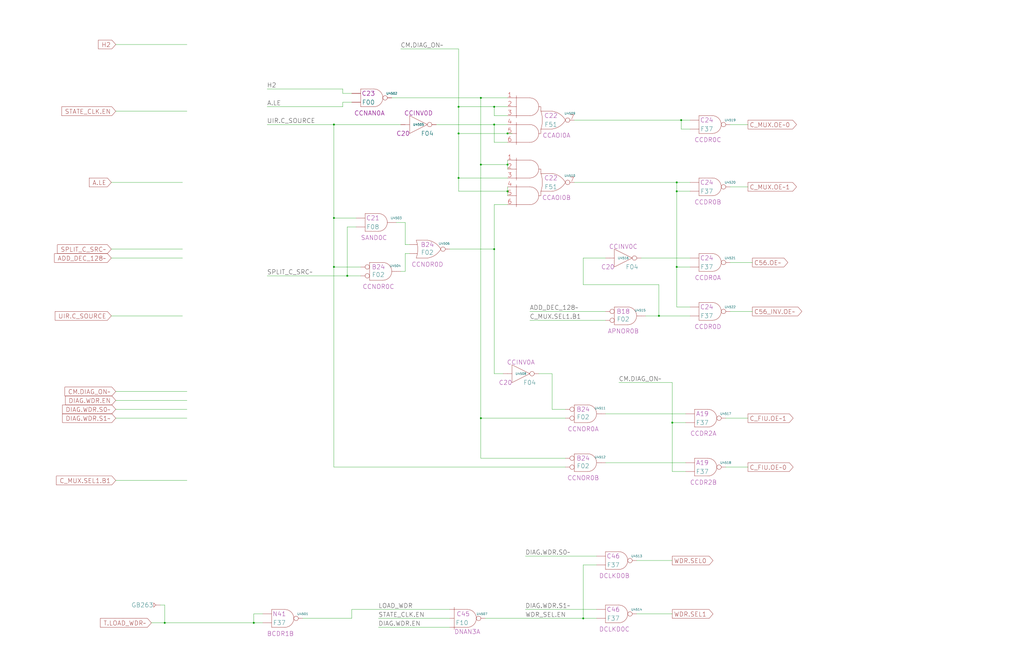
<source format=kicad_sch>
(kicad_sch (version 20230121) (generator eeschema)
  (paper "User" 584.2 378.46)
  (title_block (title "C SOURCE CONTROL") (date "15-MAR-90") (rev "1.0") (comment 1 "TYPE") (comment 2 "232-003062") (comment 3 "S400") (comment 4 "RELEASED"))
  (lib_symbols
    (symbol "r1000:F00" (pin_numbers hide) (pin_names hide)
      (property "Reference" "U" (at 15.24 0 0))
      (property "Value" "F00" (at 1.905 -5.08 0))
      (property "Location" "___" (at 1.905 0 0))
      (property "Name" "______" (at 2.54 -12.7 0))
      (symbol "F00_0_1"
        (polyline (pts (xy -2.54 -7.62) (xy 5.08 -7.62)) (stroke (width 0.1524)))
        (polyline (pts (xy -2.54 2.54) (xy -2.54 -7.62)) (stroke (width 0.1524)))
        (polyline (pts (xy -2.54 2.54) (xy 5.08 2.54)) (stroke (width 0.1524)))
        (arc (start 5.08 -7.62) (mid 10.1282 -2.54) (end 5.08 2.54) (stroke (width 0.1524)))
        (circle (center 11.43 -2.54) (radius 1.27) (stroke (width 0.1524)))
      )
      (symbol "F00_0_2"
        (circle (center -3.81 -5.08) (radius 1.27) (stroke (width 0.1524)))
        (circle (center -3.81 0) (radius 1.27) (stroke (width 0.1524)))
        (arc (start -3.175 -7.62) (mid -2.134 -2.54) (end -3.175 2.54) (stroke (width 0.1524)))
        (polyline (pts (xy -3.175 -7.62) (xy 3.81 -7.62)) (stroke (width 0.1524)))
        (polyline (pts (xy -3.175 2.54) (xy 3.81 2.54)) (stroke (width 0.1524)))
        (arc (start 3.81 -7.62) (mid 7.5855 -5.8306) (end 10.16 -2.54) (stroke (width 0.1524)))
        (arc (start 10.16 -2.54) (mid 7.5827 0.7471) (end 3.81 2.54) (stroke (width 0.1524)))
      )
      (symbol "F00_1_1"
        (pin input line (at -7.62 0 0) (length 5.08) (name "D0") (number "1"))
        (pin input line (at -7.62 -5.08 0) (length 5.08) (name "D1") (number "2"))
        (pin output line (at 15.24 -2.54 180) (length 2.54) (name "Q") (number "3"))
      )
      (symbol "F00_1_2"
        (pin input line (at -7.62 0 0) (length 2.54) (name "D0") (number "1"))
        (pin input line (at -7.62 -5.08 0) (length 2.54) (name "D1") (number "2"))
        (pin output line (at 15.24 -2.54 180) (length 5.08) (name "Q") (number "3"))
      )
    )
    (symbol "r1000:F02" (pin_numbers hide) (pin_names hide)
      (property "Reference" "U" (at 12.16 0.635 0))
      (property "Value" "F02" (at -1.27 -4.445 0))
      (property "Location" "___" (at 2.54 0 0))
      (property "Name" "______" (at 2.54 -12.7 0))
      (symbol "F02_0_1"
        (arc (start -3.81 -7.62) (mid -2.9847 -2.54) (end -3.81 2.54) (stroke (width 0.1524)))
        (polyline (pts (xy -5.08 -5.08) (xy -3.175 -5.08)) (stroke (width 0.1524)))
        (polyline (pts (xy -5.08 0) (xy -3.175 0)) (stroke (width 0.1524)))
        (polyline (pts (xy -3.81 -7.62) (xy 2.54 -7.62)) (stroke (width 0.1524)))
        (polyline (pts (xy -3.81 2.54) (xy 2.54 2.54)) (stroke (width 0.1524)))
        (polyline (pts (xy 13.97 -2.54) (xy 12.7 -2.54)) (stroke (width 0.1524)))
        (arc (start 2.54 -7.62) (mid 6.9515 -5.9823) (end 10.16 -2.54) (stroke (width 0.1524)))
        (arc (start 10.16 -2.54) (mid 6.9478 0.8966) (end 2.54 2.54) (stroke (width 0.1524)))
        (circle (center 11.43 -2.54) (radius 1.27) (stroke (width 0.1524)))
      )
      (symbol "F02_0_2"
        (circle (center -3.81 -5.08) (radius 1.27) (stroke (width 0.1524)))
        (circle (center -3.81 0) (radius 1.27) (stroke (width 0.1524)))
        (polyline (pts (xy -2.54 -7.62) (xy 5.08 -7.62)) (stroke (width 0.1524)))
        (polyline (pts (xy -2.54 2.54) (xy -2.54 -7.62)) (stroke (width 0.1524)))
        (polyline (pts (xy -2.54 2.54) (xy 5.08 2.54)) (stroke (width 0.1524)))
        (polyline (pts (xy 11.43 -2.54) (xy 10.16 -2.54)) (stroke (width 0.1524)))
        (polyline (pts (xy 11.43 -2.54) (xy 12.7 -2.54)) (stroke (width 0.1524)))
        (arc (start 5.08 -7.62) (mid 10.1282 -2.54) (end 5.08 2.54) (stroke (width 0.1524)))
      )
      (symbol "F02_1_1"
        (pin input line (at -7.62 0 0) (length 2.54) (name "D0") (number "1"))
        (pin input line (at -7.62 -5.08 0) (length 2.54) (name "D1") (number "2"))
        (pin output line (at 15.24 -2.54 180) (length 1.27) (name "Q") (number "3"))
      )
      (symbol "F02_1_2"
        (pin input line (at -7.62 0 0) (length 2.54) (name "D0") (number "1"))
        (pin input line (at -7.62 -5.08 0) (length 2.54) (name "D1") (number "2"))
        (pin output line (at 15.24 -2.54 180) (length 2.54) (name "Q") (number "3"))
      )
    )
    (symbol "r1000:F04" (pin_numbers hide) (pin_names hide)
      (property "Reference" "U" (at 0 0 0))
      (property "Value" "F04" (at 1.27 -5.08 0))
      (property "Location" "___" (at -12.7 -5.08 0))
      (property "Name" "______" (at 0 5.08 0))
      (symbol "F04_0_1"
        (polyline (pts (xy -7.62 0) (xy -5.08 0)) (stroke (width 0.1524)))
        (polyline (pts (xy -5.08 5.08) (xy -5.08 -5.08)) (stroke (width 0.1524)))
        (polyline (pts (xy 5.08 0) (xy -5.08 -5.08)) (stroke (width 0.1524)))
        (polyline (pts (xy 5.08 0) (xy -5.08 5.08)) (stroke (width 0.1524)))
        (circle (center 6.35 0) (radius 1.27) (stroke (width 0.1524)))
      )
      (symbol "F04_1_1"
        (pin input line (at -10.16 0 0) (length 2.54) (name "D0") (number "1"))
        (pin output line (at 10.16 0 180) (length 2.54) (name "Q") (number "2"))
      )
    )
    (symbol "r1000:F08" (pin_numbers hide) (pin_names hide)
      (property "Reference" "U" (at 15.24 0 0))
      (property "Value" "F08" (at 1.905 -5.08 0))
      (property "Location" "___" (at 1.905 0 0))
      (property "Name" "______" (at 2.54 -12.7 0))
      (symbol "F08_0_1"
        (polyline (pts (xy -2.54 -7.62) (xy 5.08 -7.62)) (stroke (width 0.1524)))
        (polyline (pts (xy -2.54 2.54) (xy -2.54 -7.62)) (stroke (width 0.1524)))
        (polyline (pts (xy -2.54 2.54) (xy 5.08 2.54)) (stroke (width 0.1524)))
        (arc (start 5.08 -7.62) (mid 10.1282 -2.54) (end 5.08 2.54) (stroke (width 0.1524)))
      )
      (symbol "F08_0_2"
        (circle (center -3.81 -5.08) (radius 1.27) (stroke (width 0.1524)))
        (circle (center -3.81 0) (radius 1.27) (stroke (width 0.1524)))
        (arc (start -3.175 -7.62) (mid -2.134 -2.54) (end -3.175 2.54) (stroke (width 0.1524)))
        (polyline (pts (xy -3.175 -7.62) (xy 3.81 -7.62)) (stroke (width 0.1524)))
        (polyline (pts (xy -3.175 2.54) (xy 3.81 2.54)) (stroke (width 0.1524)))
        (arc (start 3.81 -7.62) (mid 7.5855 -5.8306) (end 10.16 -2.54) (stroke (width 0.1524)))
        (arc (start 10.16 -2.54) (mid 7.5827 0.7471) (end 3.81 2.54) (stroke (width 0.1524)))
        (circle (center 11.43 -2.54) (radius 1.27) (stroke (width 0.1524)))
      )
      (symbol "F08_1_1"
        (pin input line (at -7.62 0 0) (length 5.08) (name "D0") (number "1"))
        (pin input line (at -7.62 -5.08 0) (length 5.08) (name "D1") (number "2"))
        (pin output line (at 15.24 -2.54 180) (length 5.08) (name "Q") (number "3"))
      )
      (symbol "F08_1_2"
        (pin input line (at -7.62 0 0) (length 2.54) (name "D0") (number "1"))
        (pin input line (at -7.62 -5.08 0) (length 2.54) (name "D1") (number "2"))
        (pin output line (at 15.24 -2.54 180) (length 2.54) (name "Q") (number "3"))
      )
    )
    (symbol "r1000:F10" (pin_numbers hide) (pin_names hide)
      (property "Reference" "U" (at 13.335 0 0))
      (property "Value" "F10" (at 5.715 -5.08 0))
      (property "Location" "___" (at -1.27 0 0))
      (property "Name" "______" (at -2.54 -10.16 0))
      (symbol "F10_0_1"
        (polyline (pts (xy -2.54 -7.62) (xy 5.08 -7.62)) (stroke (width 0.1524)))
        (polyline (pts (xy -2.54 2.54) (xy 5.08 2.54)) (stroke (width 0.1524)))
        (polyline (pts (xy -2.54 3.81) (xy -2.54 -8.89)) (stroke (width 0.1524)))
        (arc (start 5.08 -7.62) (mid 10.1282 -2.54) (end 5.08 2.54) (stroke (width 0.1524)))
        (circle (center 11.43 -2.54) (radius 1.27) (stroke (width 0.1524)))
      )
      (symbol "F10_0_2"
        (circle (center -3.81 -7.62) (radius 1.27) (stroke (width 0.1524)))
        (circle (center -3.81 2.54) (radius 1.27) (stroke (width 0.1524)))
        (circle (center -3.175 -2.54) (radius 1.27) (stroke (width 0.1524)))
        (arc (start -2.54 -7.62) (mid -1.8195 -2.54) (end -2.54 2.54) (stroke (width 0.1524)))
        (polyline (pts (xy -4.445 -2.54) (xy -5.08 -2.54)) (stroke (width 0.1524)))
        (polyline (pts (xy -2.54 -7.62) (xy 5.08 -7.62)) (stroke (width 0.1524)))
        (polyline (pts (xy -2.54 2.54) (xy 5.08 2.54)) (stroke (width 0.1524)))
        (polyline (pts (xy 10.795 -2.54) (xy 12.7 -2.54)) (stroke (width 0.1524)))
        (arc (start 5.08 -7.62) (mid 8.4845 -5.6954) (end 10.795 -2.54) (stroke (width 0.1524)))
        (arc (start 10.795 -2.54) (mid 8.4807 0.6111) (end 5.08 2.54) (stroke (width 0.1524)))
      )
      (symbol "F10_1_1"
        (pin input line (at -5.08 2.54 0) (length 2.54) (name "D0") (number "1"))
        (pin input line (at -5.08 -2.54 0) (length 2.54) (name "D1") (number "2"))
        (pin input line (at -5.08 -7.62 0) (length 2.54) (name "D2") (number "3"))
        (pin output line (at 15.24 -2.54 180) (length 2.54) (name "Q") (number "4"))
      )
      (symbol "F10_1_2"
        (pin input line (at -5.08 2.54 0) (length 0) (name "D0") (number "1"))
        (pin input line (at -5.08 -2.54 0) (length 0) (name "D1") (number "2"))
        (pin input line (at -5.08 -7.62 0) (length 0) (name "D2") (number "3"))
        (pin output line (at 15.24 -2.54 180) (length 2.54) (name "Q") (number "4"))
      )
    )
    (symbol "r1000:F37" (pin_numbers hide) (pin_names (offset 0) hide)
      (property "Reference" "U" (at 15.24 0 0))
      (property "Value" "F37" (at 1.905 -5.08 0))
      (property "Location" "___" (at 1.905 0 0))
      (property "Name" "______" (at 2.54 -12.7 0))
      (symbol "F37_0_1"
        (polyline (pts (xy -2.54 -7.62) (xy 5.08 -7.62)) (stroke (width 0.1524)))
        (polyline (pts (xy -2.54 2.54) (xy -2.54 -7.62)) (stroke (width 0.1524)))
        (polyline (pts (xy -2.54 2.54) (xy 5.08 2.54)) (stroke (width 0.1524)))
        (arc (start 5.08 -7.62) (mid 10.1282 -2.54) (end 5.08 2.54) (stroke (width 0.1524)))
        (circle (center 11.43 -2.54) (radius 1.27) (stroke (width 0.1524)))
      )
      (symbol "F37_0_2"
        (circle (center -3.81 -5.08) (radius 1.27) (stroke (width 0.1524)))
        (circle (center -3.81 0) (radius 1.27) (stroke (width 0.1524)))
        (arc (start -3.175 -7.62) (mid -2.134 -2.54) (end -3.175 2.54) (stroke (width 0.1524)))
        (polyline (pts (xy -3.175 -7.62) (xy 3.81 -7.62)) (stroke (width 0.1524)))
        (polyline (pts (xy -3.175 2.54) (xy 3.81 2.54)) (stroke (width 0.1524)))
        (arc (start 3.81 -7.62) (mid 7.5855 -5.8306) (end 10.16 -2.54) (stroke (width 0.1524)))
        (arc (start 10.16 -2.54) (mid 7.5827 0.7471) (end 3.81 2.54) (stroke (width 0.1524)))
      )
      (symbol "F37_1_1"
        (pin input line (at -7.62 0 0) (length 5.08) (name "D0") (number "1"))
        (pin input line (at -7.62 -5.08 0) (length 5.08) (name "D1") (number "2"))
        (pin output line (at 15.24 -2.54 180) (length 2.54) (name "Q") (number "3"))
      )
      (symbol "F37_1_2"
        (pin input line (at -7.62 0 0) (length 2.54) (name "D0") (number "1"))
        (pin input line (at -7.62 -5.08 0) (length 2.54) (name "D1") (number "2"))
        (pin output line (at 15.24 -2.54 180) (length 5.08) (name "Q") (number "3"))
      )
    )
    (symbol "r1000:F51" (pin_names hide)
      (property "Reference" "U" (at 12.7 1.27 0))
      (property "Value" "F51" (at 1.905 -5.08 0))
      (property "Location" "___" (at 1.905 0 0))
      (property "Name" "______" (at 5.08 -12.7 0))
      (symbol "F51_0_0"
        (arc (start -10.16 -15.24) (mid -6.5679 -13.7521) (end -5.08 -10.16) (stroke (width 0.1524)))
        (arc (start -10.16 0) (mid -6.5679 1.4879) (end -5.08 5.08) (stroke (width 0.1524)))
        (arc (start -5.08 -10.16) (mid -6.5679 -6.5679) (end -10.16 -5.08) (stroke (width 0.1524)))
        (arc (start -5.08 5.08) (mid -6.5679 8.6721) (end -10.16 10.16) (stroke (width 0.1524)))
        (arc (start -3.8173 -7.62) (mid -2.9926 -2.54) (end -3.8173 2.54) (stroke (width 0.1524)))
        (polyline (pts (xy -20.32 -15.24) (xy -17.78 -15.24)) (stroke (width 0.1524)))
        (polyline (pts (xy -20.32 -10.16) (xy -17.78 -10.16)) (stroke (width 0.1524)))
        (polyline (pts (xy -20.32 -5.08) (xy -17.78 -5.08)) (stroke (width 0.1524)))
        (polyline (pts (xy -20.32 0) (xy -17.78 0)) (stroke (width 0.1524)))
        (polyline (pts (xy -20.32 5.08) (xy -17.78 5.08)) (stroke (width 0.1524)))
        (polyline (pts (xy -20.32 10.16) (xy -17.78 10.16)) (stroke (width 0.1524)))
        (polyline (pts (xy -17.78 -3.81) (xy -17.78 -16.51)) (stroke (width 0.1524)))
        (polyline (pts (xy -17.78 11.43) (xy -17.78 -1.27)) (stroke (width 0.1524)))
        (polyline (pts (xy -10.16 -15.24) (xy -17.78 -15.24)) (stroke (width 0.1524)))
        (polyline (pts (xy -10.16 -5.08) (xy -17.78 -5.08)) (stroke (width 0.1524)))
        (polyline (pts (xy -10.16 0) (xy -17.78 0)) (stroke (width 0.1524)))
        (polyline (pts (xy -10.16 10.16) (xy -17.78 10.16)) (stroke (width 0.1524)))
        (polyline (pts (xy -3.81 -7.62) (xy 2.54 -7.62)) (stroke (width 0.1524)))
        (polyline (pts (xy -3.81 2.54) (xy 2.54 2.54)) (stroke (width 0.1524)))
        (polyline (pts (xy -5.08 -10.16) (xy -3.81 -10.16) (xy -3.81 -7.62)) (stroke (width 0.1524)))
        (polyline (pts (xy -5.08 5.08) (xy -3.81 5.08) (xy -3.81 2.54)) (stroke (width 0.1524)))
        (arc (start 2.54 -7.62) (mid 6.9504 -5.9805) (end 10.16 -2.54) (stroke (width 0.1524)))
        (arc (start 10.16 -2.54) (mid 6.9516 0.9024) (end 2.54 2.54) (stroke (width 0.1524)))
        (circle (center 11.43 -2.54) (radius 1.27) (stroke (width 0.1524)))
      )
      (symbol "F51_1_1"
        (pin input line (at -22.86 10.16 0) (length 2.54) (name "A1") (number "1"))
        (pin input line (at -22.86 5.08 0) (length 2.54) (name "A2") (number "2"))
        (pin input line (at -22.86 0 0) (length 2.54) (name "A3") (number "3"))
        (pin input line (at -22.86 -5.08 0) (length 2.54) (name "B1") (number "4"))
        (pin input line (at -22.86 -10.16 0) (length 2.54) (name "B2") (number "5"))
        (pin input line (at -22.86 -15.24 0) (length 2.54) (name "B3") (number "6"))
        (pin output line (at 15.24 -2.54 180) (length 2.54) (name "Q") (number "7"))
      )
    )
    (symbol "r1000:GB" (pin_numbers hide) (pin_names (offset 0) hide)
      (property "Reference" "GB" (at 3.81 0 0))
      (symbol "GB_0_1"
        (polyline (pts (xy 2.54 0) (xy 3.81 1.27) (xy 3.81 -1.27) (xy 2.54 0)) (stroke (width 0.1524)))
      )
      (symbol "GB_1_1"
        (pin bidirectional line (at 0 0 0) (length 2.54) (name "") (number "1"))
      )
    )
  )
  (junction (at 289.56 76.2))
  (junction (at 190.5 71.12))
  (junction (at 261.62 60.96))
  (junction (at 144.78 355.6))
  (junction (at 190.5 124.46))
  (junction (at 383.54 241.3))
  (junction (at 281.94 60.96))
  (junction (at 386.08 152.4))
  (junction (at 386.08 109.22))
  (junction (at 198.12 157.48))
  (junction (at 261.62 76.2))
  (junction (at 281.94 71.12))
  (junction (at 289.56 109.22))
  (junction (at 386.08 104.14))
  (junction (at 190.5 152.4))
  (junction (at 281.94 142.24))
  (junction (at 289.56 93.98))
  (junction (at 93.98 355.6))
  (junction (at 261.62 101.6))
  (junction (at 274.32 93.98))
  (junction (at 274.32 238.76))
  (junction (at 332.74 353.06))
  (junction (at 375.92 180.34))
  (junction (at 388.62 68.58))
  (junction (at 274.32 55.88))
  (wire (pts (xy 261.62 101.6) (xy 289.56 101.6)))
  (wire (pts (xy 261.62 60.96) (xy 281.94 60.96)))
  (wire (pts (xy 345.44 236.22) (xy 391.16 236.22)))
  (wire (pts (xy 215.9 358.14) (xy 256.54 358.14)))
  (wire (pts (xy 299.72 347.98) (xy 340.36 347.98)))
  (wire (pts (xy 281.94 213.36) (xy 281.94 142.24)))
  (wire (pts (xy 299.72 317.5) (xy 340.36 317.5)))
  (wire (pts (xy 365.76 147.32) (xy 393.7 147.32)))
  (wire (pts (xy 289.56 81.28) (xy 281.94 81.28)))
  (wire (pts (xy 289.56 93.98) (xy 274.32 93.98)))
  (wire (pts (xy 375.92 180.34) (xy 375.92 162.56)))
  (wire (pts (xy 327.66 68.58) (xy 388.62 68.58)))
  (wire (pts (xy 322.58 233.68) (xy 314.96 233.68)))
  (wire (pts (xy 149.86 350.52) (xy 144.78 350.52)))
  (wire (pts (xy 190.5 124.46) (xy 190.5 71.12)))
  (wire (pts (xy 63.5 147.32) (xy 104.14 147.32)))
  (wire (pts (xy 386.08 104.14) (xy 393.7 104.14)))
  (wire (pts (xy 66.04 223.52) (xy 106.68 223.52)))
  (wire (pts (xy 287.02 213.36) (xy 281.94 213.36)))
  (wire (pts (xy 205.74 152.4) (xy 190.5 152.4)))
  (wire (pts (xy 226.06 127) (xy 231.14 127)))
  (wire (pts (xy 289.56 66.04) (xy 281.94 66.04)))
  (wire (pts (xy 261.62 76.2) (xy 261.62 60.96)))
  (wire (pts (xy 261.62 101.6) (xy 261.62 76.2)))
  (wire (pts (xy 332.74 322.58) (xy 332.74 353.06)))
  (wire (pts (xy 386.08 175.26) (xy 386.08 152.4)))
  (wire (pts (xy 327.66 104.14) (xy 386.08 104.14)))
  (wire (pts (xy 190.5 152.4) (xy 190.5 124.46)))
  (wire (pts (xy 66.04 238.76) (xy 106.68 238.76)))
  (wire (pts (xy 289.56 106.68) (xy 289.56 109.22)))
  (wire (pts (xy 281.94 60.96) (xy 289.56 60.96)))
  (wire (pts (xy 152.4 157.48) (xy 198.12 157.48)))
  (wire (pts (xy 190.5 71.12) (xy 228.6 71.12)))
  (wire (pts (xy 393.7 109.22) (xy 386.08 109.22)))
  (wire (pts (xy 375.92 180.34) (xy 393.7 180.34)))
  (wire (pts (xy 281.94 71.12) (xy 289.56 71.12)))
  (wire (pts (xy 386.08 109.22) (xy 386.08 104.14)))
  (wire (pts (xy 414.02 266.7) (xy 426.72 266.7)))
  (wire (pts (xy 261.62 76.2) (xy 289.56 76.2)))
  (wire (pts (xy 274.32 55.88) (xy 289.56 55.88)))
  (wire (pts (xy 289.56 76.2) (xy 292.1 76.2)))
  (wire (pts (xy 190.5 124.46) (xy 203.2 124.46)))
  (wire (pts (xy 231.14 154.94) (xy 231.14 144.78)))
  (wire (pts (xy 261.62 109.22) (xy 261.62 101.6)))
  (wire (pts (xy 393.7 175.26) (xy 386.08 175.26)))
  (wire (pts (xy 289.56 91.44) (xy 289.56 93.98)))
  (wire (pts (xy 144.78 350.52) (xy 144.78 355.6)))
  (wire (pts (xy 223.52 55.88) (xy 274.32 55.88)))
  (wire (pts (xy 198.12 157.48) (xy 205.74 157.48)))
  (wire (pts (xy 289.56 93.98) (xy 289.56 96.52)))
  (wire (pts (xy 345.44 264.16) (xy 391.16 264.16)))
  (wire (pts (xy 332.74 353.06) (xy 340.36 353.06)))
  (wire (pts (xy 203.2 129.54) (xy 198.12 129.54)))
  (wire (pts (xy 91.44 345.44) (xy 93.98 345.44)))
  (wire (pts (xy 363.22 320.04) (xy 383.54 320.04)))
  (wire (pts (xy 391.16 269.24) (xy 383.54 269.24)))
  (wire (pts (xy 281.94 142.24) (xy 281.94 116.84)))
  (wire (pts (xy 231.14 139.7) (xy 233.68 139.7)))
  (wire (pts (xy 66.04 25.4) (xy 106.68 25.4)))
  (wire (pts (xy 66.04 274.32) (xy 106.68 274.32)))
  (wire (pts (xy 416.56 71.12) (xy 426.72 71.12)))
  (wire (pts (xy 215.9 353.06) (xy 256.54 353.06)))
  (wire (pts (xy 152.4 60.96) (xy 195.58 60.96)))
  (wire (pts (xy 261.62 60.96) (xy 261.62 27.94)))
  (wire (pts (xy 172.72 353.06) (xy 200.66 353.06)))
  (wire (pts (xy 63.5 180.34) (xy 104.14 180.34)))
  (wire (pts (xy 63.5 104.14) (xy 104.14 104.14)))
  (wire (pts (xy 261.62 27.94) (xy 228.6 27.94)))
  (wire (pts (xy 368.3 180.34) (xy 375.92 180.34)))
  (wire (pts (xy 314.96 233.68) (xy 314.96 213.36)))
  (wire (pts (xy 388.62 68.58) (xy 393.7 68.58)))
  (wire (pts (xy 383.54 269.24) (xy 383.54 241.3)))
  (wire (pts (xy 276.86 353.06) (xy 332.74 353.06)))
  (wire (pts (xy 86.36 355.6) (xy 93.98 355.6)))
  (wire (pts (xy 322.58 266.7) (xy 190.5 266.7)))
  (wire (pts (xy 200.66 347.98) (xy 256.54 347.98)))
  (wire (pts (xy 190.5 266.7) (xy 190.5 152.4)))
  (wire (pts (xy 256.54 142.24) (xy 281.94 142.24)))
  (wire (pts (xy 289.56 109.22) (xy 289.56 111.76)))
  (wire (pts (xy 332.74 162.56) (xy 332.74 147.32)))
  (wire (pts (xy 66.04 228.6) (xy 106.68 228.6)))
  (wire (pts (xy 93.98 345.44) (xy 93.98 355.6)))
  (wire (pts (xy 66.04 233.68) (xy 106.68 233.68)))
  (wire (pts (xy 386.08 152.4) (xy 386.08 109.22)))
  (wire (pts (xy 383.54 241.3) (xy 383.54 218.44)))
  (wire (pts (xy 66.04 63.5) (xy 106.68 63.5)))
  (wire (pts (xy 281.94 81.28) (xy 281.94 71.12)))
  (wire (pts (xy 195.58 50.8) (xy 195.58 53.34)))
  (wire (pts (xy 289.56 109.22) (xy 261.62 109.22)))
  (wire (pts (xy 93.98 355.6) (xy 144.78 355.6)))
  (wire (pts (xy 314.96 213.36) (xy 307.34 213.36)))
  (wire (pts (xy 302.26 182.88) (xy 345.44 182.88)))
  (wire (pts (xy 274.32 238.76) (xy 274.32 93.98)))
  (wire (pts (xy 198.12 129.54) (xy 198.12 157.48)))
  (wire (pts (xy 274.32 93.98) (xy 274.32 55.88)))
  (wire (pts (xy 416.56 106.68) (xy 426.72 106.68)))
  (wire (pts (xy 416.56 177.8) (xy 429.26 177.8)))
  (wire (pts (xy 195.58 60.96) (xy 195.58 58.42)))
  (wire (pts (xy 231.14 127) (xy 231.14 139.7)))
  (wire (pts (xy 363.22 350.52) (xy 383.54 350.52)))
  (wire (pts (xy 231.14 144.78) (xy 233.68 144.78)))
  (wire (pts (xy 274.32 238.76) (xy 322.58 238.76)))
  (wire (pts (xy 332.74 147.32) (xy 345.44 147.32)))
  (wire (pts (xy 322.58 261.62) (xy 274.32 261.62)))
  (wire (pts (xy 144.78 355.6) (xy 149.86 355.6)))
  (wire (pts (xy 63.5 142.24) (xy 104.14 142.24)))
  (wire (pts (xy 340.36 322.58) (xy 332.74 322.58)))
  (wire (pts (xy 383.54 241.3) (xy 391.16 241.3)))
  (wire (pts (xy 274.32 261.62) (xy 274.32 238.76)))
  (wire (pts (xy 375.92 162.56) (xy 332.74 162.56)))
  (wire (pts (xy 414.02 238.76) (xy 426.72 238.76)))
  (wire (pts (xy 248.92 71.12) (xy 281.94 71.12)))
  (wire (pts (xy 152.4 71.12) (xy 190.5 71.12)))
  (wire (pts (xy 195.58 53.34) (xy 200.66 53.34)))
  (wire (pts (xy 281.94 66.04) (xy 281.94 60.96)))
  (wire (pts (xy 393.7 73.66) (xy 388.62 73.66)))
  (wire (pts (xy 302.26 177.8) (xy 345.44 177.8)))
  (wire (pts (xy 228.6 154.94) (xy 231.14 154.94)))
  (wire (pts (xy 195.58 58.42) (xy 200.66 58.42)))
  (wire (pts (xy 200.66 353.06) (xy 200.66 347.98)))
  (wire (pts (xy 152.4 50.8) (xy 195.58 50.8)))
  (wire (pts (xy 386.08 152.4) (xy 393.7 152.4)))
  (wire (pts (xy 416.56 149.86) (xy 429.26 149.86)))
  (wire (pts (xy 353.06 218.44) (xy 383.54 218.44)))
  (wire (pts (xy 388.62 68.58) (xy 388.62 73.66)))
  (wire (pts (xy 281.94 116.84) (xy 289.56 116.84)))
  (label "C_MUX.SEL1.B1" (at 302.26 182.88 0) (effects (font (size 2.54 2.54))))
  (label "UIR.C_SOURCE" (at 152.4 71.12 0) (effects (font (size 2.54 2.54))))
  (label "A.LE" (at 152.4 60.96 0) (effects (font (size 2.54 2.54))))
  (label "STATE_CLK.EN" (at 215.9 353.06 0) (effects (font (size 2.54 2.54))))
  (label "DIAG.WDR.EN" (at 215.9 358.14 0) (effects (font (size 2.54 2.54))))
  (label "LOAD_WDR" (at 215.9 347.98 0) (effects (font (size 2.54 2.54))))
  (label "DIAG.WDR.S1~" (at 299.72 347.98 0) (effects (font (size 2.54 2.54))))
  (label "H2" (at 152.4 50.8 0) (effects (font (size 2.54 2.54))))
  (label "SPLIT_C_SRC~" (at 152.4 157.48 0) (effects (font (size 2.54 2.54))))
  (label "DIAG.WDR.S0~" (at 299.72 317.5 0) (effects (font (size 2.54 2.54))))
  (label "ADD_DEC_128~" (at 302.26 177.8 0) (effects (font (size 2.54 2.54))))
  (label "CM.DIAG_ON~" (at 353.06 218.44 0) (effects (font (size 2.54 2.54))))
  (label "WDR_SEL.EN" (at 299.72 353.06 0) (effects (font (size 2.54 2.54))))
  (label "CM.DIAG_ON~" (at 228.6 27.94 0) (effects (font (size 2.54 2.54))))
  (global_label "UIR.C_SOURCE" (shape input) (at 63.5 180.34 180) (effects (font (size 2.54 2.54))) (property "Intersheetrefs" "${INTERSHEET_REFS}" (at 31.4597 180.1813 0) (effects (font (size 1.905 1.905)) (justify right))))
  (global_label "ADD_DEC_128~" (shape input) (at 63.5 147.32 180) (effects (font (size 2.54 2.54))) (property "Intersheetrefs" "${INTERSHEET_REFS}" (at 31.0969 147.1613 0) (effects (font (size 1.905 1.905)) (justify right))))
  (global_label "H2" (shape input) (at 66.04 25.4 180) (effects (font (size 2.54 2.54))) (property "Intersheetrefs" "${INTERSHEET_REFS}" (at 56.134 25.2413 0) (effects (font (size 1.905 1.905)) (justify right))))
  (global_label "DIAG.WDR.S0~" (shape input) (at 66.04 233.68 180) (effects (font (size 2.54 2.54))) (property "Intersheetrefs" "${INTERSHEET_REFS}" (at 35.693 233.5213 0) (effects (font (size 1.905 1.905)) (justify right))))
  (global_label "T.LOAD_WDR~" (shape input) (at 86.36 355.6 180) (effects (font (size 2.54 2.54))) (property "Intersheetrefs" "${INTERSHEET_REFS}" (at 57.2226 355.4413 0) (effects (font (size 1.905 1.905)) (justify right))))
  (global_label "C_MUX.OE~1" (shape output) (at 426.72 106.68 0) (effects (font (size 2.54 2.54))) (property "Intersheetrefs" "${INTERSHEET_REFS}" (at 454.406 106.5213 0) (effects (font (size 1.905 1.905)) (justify left))))
  (global_label "A.LE" (shape input) (at 63.5 104.14 180) (effects (font (size 2.54 2.54))) (property "Intersheetrefs" "${INTERSHEET_REFS}" (at 50.933 103.9813 0) (effects (font (size 1.905 1.905)) (justify right))))
  (global_label "STATE_CLK.EN" (shape input) (at 66.04 63.5 180) (effects (font (size 2.54 2.54))) (property "Intersheetrefs" "${INTERSHEET_REFS}" (at 35.2092 63.3413 0) (effects (font (size 1.905 1.905)) (justify right))))
  (global_label "DIAG.WDR.S1~" (shape input) (at 66.04 238.76 180) (effects (font (size 2.54 2.54))) (property "Intersheetrefs" "${INTERSHEET_REFS}" (at 35.693 238.6013 0) (effects (font (size 1.905 1.905)) (justify right))))
  (global_label "WDR.SEL0" (shape output) (at 383.54 320.04 0) (effects (font (size 2.54 2.54))) (property "Intersheetrefs" "${INTERSHEET_REFS}" (at 406.7508 319.8813 0) (effects (font (size 1.905 1.905)) (justify left))))
  (global_label "WDR.SEL1" (shape output) (at 383.54 350.52 0) (effects (font (size 2.54 2.54))) (property "Intersheetrefs" "${INTERSHEET_REFS}" (at 406.7508 350.3613 0) (effects (font (size 1.905 1.905)) (justify left))))
  (global_label "CM.DIAG_ON~" (shape input) (at 66.04 223.52 180) (effects (font (size 2.54 2.54))) (property "Intersheetrefs" "${INTERSHEET_REFS}" (at 37.0235 223.3613 0) (effects (font (size 1.905 1.905)) (justify right))))
  (global_label "C56_INV.OE~" (shape output) (at 429.26 177.8 0) (effects (font (size 2.54 2.54))) (property "Intersheetrefs" "${INTERSHEET_REFS}" (at 457.4298 177.6413 0) (effects (font (size 1.905 1.905)) (justify left))))
  (global_label "SPLIT_C_SRC~" (shape input) (at 63.5 142.24 180) (effects (font (size 2.54 2.54))) (property "Intersheetrefs" "${INTERSHEET_REFS}" (at 32.7902 142.0813 0) (effects (font (size 1.905 1.905)) (justify right))))
  (global_label "C_FIU.OE~0" (shape output) (at 426.72 266.7 0) (effects (font (size 2.54 2.54))) (property "Intersheetrefs" "${INTERSHEET_REFS}" (at 452.4708 266.5413 0) (effects (font (size 1.905 1.905)) (justify left))))
  (global_label "C_MUX.SEL1.B1" (shape input) (at 66.04 274.32 180) (effects (font (size 2.54 2.54))) (property "Intersheetrefs" "${INTERSHEET_REFS}" (at 32.1854 274.1613 0) (effects (font (size 1.905 1.905)) (justify right))))
  (global_label "C_FIU.OE~1" (shape output) (at 426.72 238.76 0) (effects (font (size 2.54 2.54))) (property "Intersheetrefs" "${INTERSHEET_REFS}" (at 452.4708 238.6013 0) (effects (font (size 1.905 1.905)) (justify left))))
  (global_label "DIAG.WDR.EN" (shape input) (at 66.04 228.6 180) (effects (font (size 2.54 2.54))) (property "Intersheetrefs" "${INTERSHEET_REFS}" (at 37.3864 228.4413 0) (effects (font (size 1.905 1.905)) (justify right))))
  (global_label "C_MUX.OE~0" (shape output) (at 426.72 71.12 0) (effects (font (size 2.54 2.54))) (property "Intersheetrefs" "${INTERSHEET_REFS}" (at 454.406 70.9613 0) (effects (font (size 1.905 1.905)) (justify left))))
  (global_label "C56.OE~" (shape output) (at 429.26 149.86 0) (effects (font (size 2.54 2.54))) (property "Intersheetrefs" "${INTERSHEET_REFS}" (at 449.447 149.7013 0) (effects (font (size 1.905 1.905)) (justify left))))
  (symbol (lib_id "r1000:GB") (at 91.44 345.44 0) (mirror y) (unit 1)
    (property "Reference" "GB263" (at 87.63 345.44 0) (effects (font (size 2.54 2.54)) (justify left)))
    (property "Value" "GB" (effects hide))
  )
  (symbol (lib_id "r1000:F37") (at 157.48 350.52 0) (unit 1)
    (property "Reference" "U4501" (at 172.72 350.52 0))
    (property "Value" "F37" (at 159.385 355.6 0) (effects (font (size 2.54 2.54))))
    (property "Location" "N41" (at 159.385 350.52 0) (effects (font (size 2.54 2.54))))
    (property "Name" "BCDR1B" (at 160.02 363.22 0) (effects (font (size 2.54 2.54)) (justify bottom)))
  )
  (symbol (lib_id "r1000:F00") (at 208.28 53.34 0) (unit 1)
    (property "Reference" "U4502" (at 223.52 53.34 0))
    (property "Value" "F00" (at 210.185 58.42 0) (effects (font (size 2.54 2.54))))
    (property "Location" "C23" (at 210.185 53.34 0) (effects (font (size 2.54 2.54))))
    (property "Name" "CCNAN0A" (at 210.82 66.04 0) (effects (font (size 2.54 2.54)) (justify bottom)))
  )
  (symbol (lib_id "r1000:F10") (at 261.62 350.52 0) (unit 1)
    (property "Reference" "U4507" (at 274.955 350.52 0))
    (property "Value" "F10" (at 267.335 355.6 0) (effects (font (size 2.54 2.54)) (justify right)))
    (property "Location" "C45" (at 260.35 350.52 0) (effects (font (size 2.54 2.54)) (justify left)))
    (property "Name" "DNAN3A" (at 259.08 360.68 0) (effects (font (size 2.54 2.54)) (justify left)))
  )
  (symbol (lib_id "r1000:F37") (at 398.78 264.16 0) (unit 1)
    (property "Reference" "U4518" (at 414.02 264.16 0))
    (property "Value" "F37" (at 400.685 269.24 0) (effects (font (size 2.54 2.54))))
    (property "Location" "A19" (at 400.685 264.16 0) (effects (font (size 2.54 2.54))))
    (property "Name" "CCDR2B" (at 401.32 276.86 0) (effects (font (size 2.54 2.54)) (justify bottom)))
  )
  (symbol (lib_id "r1000:F04") (at 355.6 147.32 0) (unit 1)
    (property "Reference" "U4516" (at 355.6 147.32 0))
    (property "Value" "F04" (at 356.87 152.4 0) (effects (font (size 2.54 2.54)) (justify left)))
    (property "Location" "C20" (at 342.9 152.4 0) (effects (font (size 2.54 2.54)) (justify left)))
    (property "Name" "CCINV0C" (at 355.6 142.24 0) (effects (font (size 2.54 2.54)) (justify bottom)))
  )
  (symbol (lib_id "r1000:F37") (at 347.98 347.98 0) (unit 1)
    (property "Reference" "U4514" (at 363.22 347.98 0))
    (property "Value" "F37" (at 349.885 353.06 0) (effects (font (size 2.54 2.54))))
    (property "Location" "C46" (at 349.885 347.98 0) (effects (font (size 2.54 2.54))))
    (property "Name" "DCLKD0C" (at 350.52 360.68 0) (effects (font (size 2.54 2.54)) (justify bottom)))
  )
  (symbol (lib_id "r1000:F37") (at 398.78 236.22 0) (unit 1)
    (property "Reference" "U4517" (at 414.02 236.22 0))
    (property "Value" "F37" (at 400.685 241.3 0) (effects (font (size 2.54 2.54))))
    (property "Location" "A19" (at 400.685 236.22 0) (effects (font (size 2.54 2.54))))
    (property "Name" "CCDR2A" (at 401.32 248.92 0) (effects (font (size 2.54 2.54)) (justify bottom)))
  )
  (symbol (lib_id "r1000:F08") (at 210.82 124.46 0) (unit 1)
    (property "Reference" "U4503" (at 226.06 124.46 0))
    (property "Value" "F08" (at 212.725 129.54 0) (effects (font (size 2.54 2.54))))
    (property "Location" "C21" (at 212.725 124.46 0) (effects (font (size 2.54 2.54))))
    (property "Name" "SAND0C" (at 213.36 137.16 0) (effects (font (size 2.54 2.54)) (justify bottom)))
  )
  (symbol (lib_id "r1000:F51") (at 312.42 66.04 0) (unit 1)
    (property "Reference" "U4509" (at 325.12 64.77 0))
    (property "Value" "F51" (at 314.325 71.12 0) (effects (font (size 2.54 2.54))))
    (property "Location" "C22" (at 314.325 66.04 0) (effects (font (size 2.54 2.54))))
    (property "Name" "CCAOI0A" (at 317.5 78.74 0) (effects (font (size 2.54 2.54)) (justify bottom)))
  )
  (symbol (lib_id "r1000:F02") (at 241.3 139.7 0) (unit 1)
    (property "Reference" "U4506" (at 253.46 139.065 0))
    (property "Value" "F02" (at 240.03 144.145 0) (effects (font (size 2.54 2.54)) (justify left)))
    (property "Location" "B24" (at 243.84 139.7 0) (effects (font (size 2.54 2.54))))
    (property "Name" "CCNOR0D" (at 243.84 152.4 0) (effects (font (size 2.54 2.54)) (justify bottom)))
  )
  (symbol (lib_id "r1000:F37") (at 401.32 147.32 0) (unit 1)
    (property "Reference" "U4521" (at 416.56 147.32 0))
    (property "Value" "F37" (at 403.225 152.4 0) (effects (font (size 2.54 2.54))))
    (property "Location" "C24" (at 403.225 147.32 0) (effects (font (size 2.54 2.54))))
    (property "Name" "CCDR0A" (at 403.86 160.02 0) (effects (font (size 2.54 2.54)) (justify bottom)))
  )
  (symbol (lib_id "r1000:F51") (at 312.42 101.6 0) (unit 1)
    (property "Reference" "U4510" (at 325.12 100.33 0))
    (property "Value" "F51" (at 314.325 106.68 0) (effects (font (size 2.54 2.54))))
    (property "Location" "C22" (at 314.325 101.6 0) (effects (font (size 2.54 2.54))))
    (property "Name" "CCAOI0B" (at 317.5 114.3 0) (effects (font (size 2.54 2.54)) (justify bottom)))
  )
  (symbol (lib_id "r1000:F02") (at 330.2 261.62 0) (unit 1) (convert 2)
    (property "Reference" "U4512" (at 342.36 260.985 0))
    (property "Value" "F02" (at 328.93 266.065 0) (effects (font (size 2.54 2.54)) (justify left)))
    (property "Location" "B24" (at 332.74 261.62 0) (effects (font (size 2.54 2.54))))
    (property "Name" "CCNOR0B" (at 332.74 274.32 0) (effects (font (size 2.54 2.54)) (justify bottom)))
  )
  (symbol (lib_id "r1000:F04") (at 297.18 213.36 0) (unit 1)
    (property "Reference" "U4508" (at 297.18 213.36 0))
    (property "Value" "F04" (at 298.45 218.44 0) (effects (font (size 2.54 2.54)) (justify left)))
    (property "Location" "C20" (at 284.48 218.44 0) (effects (font (size 2.54 2.54)) (justify left)))
    (property "Name" "CCINV0A" (at 297.18 208.28 0) (effects (font (size 2.54 2.54)) (justify bottom)))
  )
  (symbol (lib_id "r1000:F02") (at 213.36 152.4 0) (unit 1) (convert 2)
    (property "Reference" "U4504" (at 225.52 151.765 0))
    (property "Value" "F02" (at 212.09 156.845 0) (effects (font (size 2.54 2.54)) (justify left)))
    (property "Location" "B24" (at 215.9 152.4 0) (effects (font (size 2.54 2.54))))
    (property "Name" "CCNOR0C" (at 215.9 165.1 0) (effects (font (size 2.54 2.54)) (justify bottom)))
  )
  (symbol (lib_id "r1000:F37") (at 347.98 317.5 0) (unit 1)
    (property "Reference" "U4513" (at 363.22 317.5 0))
    (property "Value" "F37" (at 349.885 322.58 0) (effects (font (size 2.54 2.54))))
    (property "Location" "C46" (at 349.885 317.5 0) (effects (font (size 2.54 2.54))))
    (property "Name" "DCLKD0B" (at 350.52 330.2 0) (effects (font (size 2.54 2.54)) (justify bottom)))
  )
  (symbol (lib_id "r1000:F02") (at 330.2 233.68 0) (unit 1) (convert 2)
    (property "Reference" "U4511" (at 342.36 233.045 0))
    (property "Value" "F02" (at 328.93 238.125 0) (effects (font (size 2.54 2.54)) (justify left)))
    (property "Location" "B24" (at 332.74 233.68 0) (effects (font (size 2.54 2.54))))
    (property "Name" "CCNOR0A" (at 332.74 246.38 0) (effects (font (size 2.54 2.54)) (justify bottom)))
  )
  (symbol (lib_id "r1000:F37") (at 401.32 175.26 0) (unit 1)
    (property "Reference" "U4522" (at 416.56 175.26 0))
    (property "Value" "F37" (at 403.225 180.34 0) (effects (font (size 2.54 2.54))))
    (property "Location" "C24" (at 403.225 175.26 0) (effects (font (size 2.54 2.54))))
    (property "Name" "CCDR0D" (at 403.86 187.96 0) (effects (font (size 2.54 2.54)) (justify bottom)))
  )
  (symbol (lib_id "r1000:F37") (at 401.32 104.14 0) (unit 1)
    (property "Reference" "U4520" (at 416.56 104.14 0))
    (property "Value" "F37" (at 403.225 109.22 0) (effects (font (size 2.54 2.54))))
    (property "Location" "C24" (at 403.225 104.14 0) (effects (font (size 2.54 2.54))))
    (property "Name" "CCDR0B" (at 403.86 116.84 0) (effects (font (size 2.54 2.54)) (justify bottom)))
  )
  (symbol (lib_id "r1000:F37") (at 401.32 68.58 0) (unit 1)
    (property "Reference" "U4519" (at 416.56 68.58 0))
    (property "Value" "F37" (at 403.225 73.66 0) (effects (font (size 2.54 2.54))))
    (property "Location" "C24" (at 403.225 68.58 0) (effects (font (size 2.54 2.54))))
    (property "Name" "CCDR0C" (at 403.86 81.28 0) (effects (font (size 2.54 2.54)) (justify bottom)))
  )
  (symbol (lib_id "r1000:F04") (at 238.76 71.12 0) (unit 1)
    (property "Reference" "U4505" (at 238.76 71.12 0))
    (property "Value" "F04" (at 240.03 76.2 0) (effects (font (size 2.54 2.54)) (justify left)))
    (property "Location" "C20" (at 226.06 76.2 0) (effects (font (size 2.54 2.54)) (justify left)))
    (property "Name" "CCINV0D" (at 238.76 66.04 0) (effects (font (size 2.54 2.54)) (justify bottom)))
  )
  (symbol (lib_id "r1000:F02") (at 353.06 177.8 0) (unit 1) (convert 2)
    (property "Reference" "U4515" (at 365.22 177.165 0))
    (property "Value" "F02" (at 351.79 182.245 0) (effects (font (size 2.54 2.54)) (justify left)))
    (property "Location" "B18" (at 355.6 177.8 0) (effects (font (size 2.54 2.54))))
    (property "Name" "APNOR0B" (at 355.6 190.5 0) (effects (font (size 2.54 2.54)) (justify bottom)))
  )
)
</source>
